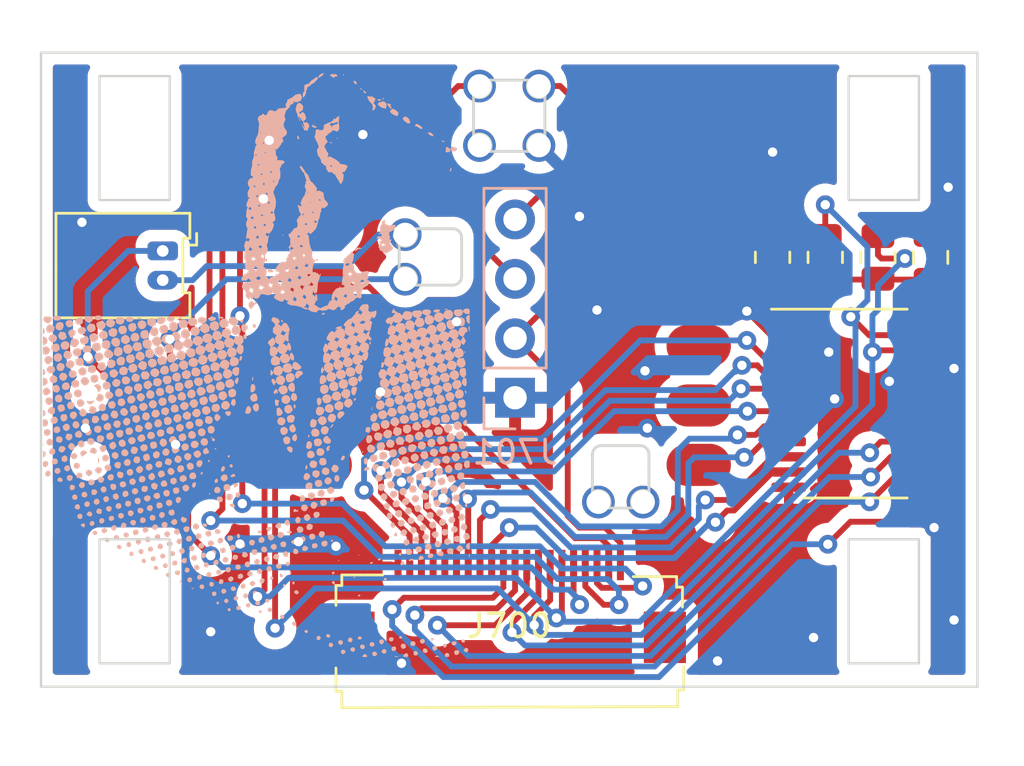
<source format=kicad_pcb>
(kicad_pcb (version 20211014) (generator pcbnew)
  (layers (0 "F.Cu" signal) (31 "B.Cu" signal) (34 "B.Paste" user) (35 "F.Paste" user) (36 "B.SilkS" user "B.Silkscreen") (37 "F.SilkS" user "F.Silkscreen") (38 "B.Mask" user) (39 "F.Mask" user) (44 "Edge.Cuts" user))
  (net 0 "")
  (net 1 "Net-(BT1-Pad1)")
  (net 2 "Net-(BT1-Pad2)")
  (net 3 "GND")
  (net 4 "+3V3")
  (net 5 "swdio")
  (net 6 "swclk")
  (net 7 "Row_4")
  (net 8 "Row_3")
  (net 9 "Row_2")
  (net 10 "Row_1")
  (net 11 "sda")
  (net 12 "scl")
  (net 13 "Col_12")
  (net 14 "Col_11")
  (net 15 "Col_10")
  (net 16 "Col_9")
  (net 17 "Col_8")
  (net 18 "Col_7")
  (net 19 "Col_6")
  (net 20 "Col_5")
  (net 21 "Col_4")
  (net 22 "Col_3")
  (net 23 "Col_2")
  (net 24 "Col_1")
  (net 25 "Net-(R1-Pad2)")
  (net 26 "Net-(SW1-Pad2)")
  (footprint "Package_SO:TSSOP-24_4.4x7.8mm_P0.65mm" (layer "F.Cu") (at 149.4 98.2)
    (fp_text reference "U701" hide)
    (fp_text value "PCA9555PW")
    (pad "1" smd roundrect (at -2.8625 -3.575) (size 1.475 0.4) (layers "F.Cu" "F.Paste" "F.Mask") (net 25 "Net-(R1-Pad2)"))
    (pad "2" smd roundrect (at -2.8625 -2.925) (size 1.475 0.4) (layers "F.Cu" "F.Paste" "F.Mask") (net 3 "GND"))
    (pad "3" smd roundrect (at -2.8625 -2.275) (size 1.475 0.4) (layers "F.Cu" "F.Paste" "F.Mask") (net 3 "GND"))
    (pad "4" smd roundrect (at -2.8625 -1.625) (size 1.475 0.4) (layers "F.Cu" "F.Paste" "F.Mask") (net 24 "Col_1"))
    (pad "5" smd roundrect (at -2.8625 -0.975) (size 1.475 0.4) (layers "F.Cu" "F.Paste" "F.Mask") (net 23 "Col_2"))
    (pad "6" smd roundrect (at -2.8625 -0.325) (size 1.475 0.4) (layers "F.Cu" "F.Paste" "F.Mask") (net 22 "Col_3"))
    (pad "7" smd roundrect (at -2.8625 0.325) (size 1.475 0.4) (layers "F.Cu" "F.Paste" "F.Mask") (net 21 "Col_4"))
    (pad "8" smd roundrect (at -2.8625 0.975) (size 1.475 0.4) (layers "F.Cu" "F.Paste" "F.Mask") (net 20 "Col_5"))
    (pad "9" smd roundrect (at -2.8625 1.625) (size 1.475 0.4) (layers "F.Cu" "F.Paste" "F.Mask") (net 19 "Col_6"))
    (pad "10" smd roundrect (at -2.8625 2.275) (size 1.475 0.4) (layers "F.Cu" "F.Paste" "F.Mask") (net 18 "Col_7"))
    (pad "11" smd roundrect (at -2.8625 2.925) (size 1.475 0.4) (layers "F.Cu" "F.Paste" "F.Mask") (net 17 "Col_8"))
    (pad "12" smd roundrect (at -2.8625 3.575) (size 1.475 0.4) (layers "F.Cu" "F.Paste" "F.Mask") (net 3 "GND"))
    (pad "13" smd roundrect (at 2.8625 3.575) (size 1.475 0.4) (layers "F.Cu" "F.Paste" "F.Mask") (net 16 "Col_9"))
    (pad "14" smd roundrect (at 2.8625 2.925) (size 1.475 0.4) (layers "F.Cu" "F.Paste" "F.Mask") (net 15 "Col_10"))
    (pad "15" smd roundrect (at 2.8625 2.275) (size 1.475 0.4) (layers "F.Cu" "F.Paste" "F.Mask") (net 14 "Col_11"))
    (pad "16" smd roundrect (at 2.8625 1.625) (size 1.475 0.4) (layers "F.Cu" "F.Paste" "F.Mask") (net 13 "Col_12"))
    (pad "17" smd roundrect (at 2.8625 0.975) (size 1.475 0.4) (layers "F.Cu" "F.Paste" "F.Mask"))
    (pad "18" smd roundrect (at 2.8625 0.325) (size 1.475 0.4) (layers "F.Cu" "F.Paste" "F.Mask"))
    (pad "19" smd roundrect (at 2.8625 -0.325) (size 1.475 0.4) (layers "F.Cu" "F.Paste" "F.Mask"))
    (pad "20" smd roundrect (at 2.8625 -0.975) (size 1.475 0.4) (layers "F.Cu" "F.Paste" "F.Mask"))
    (pad "21" smd roundrect (at 2.8625 -1.625) (size 1.475 0.4) (layers "F.Cu" "F.Paste" "F.Mask") (net 3 "GND"))
    (pad "22" smd roundrect (at 2.8625 -2.275) (size 1.475 0.4) (layers "F.Cu" "F.Paste" "F.Mask") (net 12 "scl"))
    (pad "23" smd roundrect (at 2.8625 -2.925) (size 1.475 0.4) (layers "F.Cu" "F.Paste" "F.Mask") (net 11 "sda"))
    (pad "24" smd roundrect (at 2.8625 -3.575) (size 1.475 0.4) (layers "F.Cu" "F.Paste" "F.Mask") (net 4 "+3V3"))
  )
  (footprint "Resistor_SMD:R_0805_2012Metric" (layer "F.Cu") (at 145.85 91.95 -90)
    (fp_text reference "R700" hide)
    (fp_text value "10k")
    (pad "1" smd roundrect (at -0.9125 0 270) (size 1.025 1.4) (layers "F.Cu" "F.Paste" "F.Mask") (roundrect_rratio 0.243902439) (net 4 "+3V3"))
    (pad "2" smd roundrect (at 0.9125 0 270) (size 1.025 1.4) (layers "F.Cu" "F.Paste" "F.Mask") (roundrect_rratio 0.243902439) (net 25 "Net-(R1-Pad2)"))
  )
  (footprint "Resistor_SMD:R_0805_2012Metric" (layer "F.Cu") (at 150.35 91.95 90)
    (fp_text reference "R702" hide)
    (fp_text value "10k")
    (pad "1" smd roundrect (at -0.9125 0 90) (size 1.025 1.4) (layers "F.Cu" "F.Paste" "F.Mask") (roundrect_rratio 0.243902439) (net 4 "+3V3"))
    (pad "2" smd roundrect (at 0.9125 0 90) (size 1.025 1.4) (layers "F.Cu" "F.Paste" "F.Mask") (roundrect_rratio 0.243902439) (net 12 "scl"))
  )
  (footprint "weteor:FCC 20pin" (layer "F.Cu") (at 134.6 108.2)
    (fp_text reference "J700" (at 0 -0.5 unlocked) (layer "F.SilkS"))
    (fp_text value "Conn_01x20")
    (pad "1" smd rect (at -4.75 -3.1) (size 0.3 1.3) (layers "F.Cu" "F.Paste" "F.Mask") (net 3 "GND"))
    (pad "2" smd rect (at -4.25 -3.1) (size 0.3 1.3) (layers "F.Cu" "F.Paste" "F.Mask") (net 24 "Col_1"))
    (pad "3" smd rect (at -3.75 -3.1) (size 0.3 1.3) (layers "F.Cu" "F.Paste" "F.Mask") (net 23 "Col_2"))
    (pad "4" smd rect (at -3.25 -3.1) (size 0.3 1.3) (layers "F.Cu" "F.Paste" "F.Mask") (net 22 "Col_3"))
    (pad "5" smd rect (at -2.75 -3.1) (size 0.3 1.3) (layers "F.Cu" "F.Paste" "F.Mask") (net 21 "Col_4"))
    (pad "6" smd rect (at -2.25 -3.1) (size 0.3 1.3) (layers "F.Cu" "F.Paste" "F.Mask") (net 20 "Col_5"))
    (pad "7" smd rect (at -1.75 -3.1) (size 0.3 1.3) (layers "F.Cu" "F.Paste" "F.Mask") (net 19 "Col_6"))
    (pad "8" smd rect (at -1.25 -3.1) (size 0.3 1.3) (layers "F.Cu" "F.Paste" "F.Mask") (net 18 "Col_7"))
    (pad "9" smd rect (at -0.75 -3.1) (size 0.3 1.3) (layers "F.Cu" "F.Paste" "F.Mask") (net 17 "Col_8"))
    (pad "10" smd rect (at -0.25 -3.1) (size 0.3 1.3) (layers "F.Cu" "F.Paste" "F.Mask") (net 16 "Col_9"))
    (pad "11" smd rect (at 0.25 -3.1) (size 0.3 1.3) (layers "F.Cu" "F.Paste" "F.Mask") (net 15 "Col_10"))
    (pad "12" smd rect (at 0.75 -3.1) (size 0.3 1.3) (layers "F.Cu" "F.Paste" "F.Mask") (net 14 "Col_11"))
    (pad "13" smd rect (at 1.25 -3.1) (size 0.3 1.3) (layers "F.Cu" "F.Paste" "F.Mask") (net 13 "Col_12"))
    (pad "14" smd rect (at 1.75 -3.1) (size 0.3 1.3) (layers "F.Cu" "F.Paste" "F.Mask") (net 12 "scl"))
    (pad "15" smd rect (at 2.25 -3.1) (size 0.3 1.3) (layers "F.Cu" "F.Paste" "F.Mask") (net 11 "sda"))
    (pad "16" smd rect (at 2.75 -3.1) (size 0.3 1.3) (layers "F.Cu" "F.Paste" "F.Mask") (net 10 "Row_1"))
    (pad "17" smd rect (at 3.25 -3.1) (size 0.3 1.3) (layers "F.Cu" "F.Paste" "F.Mask") (net 9 "Row_2"))
    (pad "18" smd rect (at 3.75 -3.1) (size 0.3 1.3) (layers "F.Cu" "F.Paste" "F.Mask") (net 8 "Row_3"))
    (pad "19" smd rect (at 4.25 -3.1) (size 0.3 1.3) (layers "F.Cu" "F.Paste" "F.Mask") (net 7 "Row_4"))
    (pad "20" smd rect (at 4.75 -3.1) (size 0.3 1.3) (layers "F.Cu" "F.Paste" "F.Mask") (net 4 "+3V3"))
    (pad "MP" smd rect (at -6.65 -0.01) (size 1.8 2.2) (layers "F.Cu" "F.Paste" "F.Mask"))
    (pad "MP" smd rect (at 6.65 -0.01) (size 1.8 2.2) (layers "F.Cu" "F.Paste" "F.Mask"))
  )
  (footprint "Connector_Molex:Molex_PicoBlade_53048-0210_1x02_P1.25mm_Horizontal" (layer "F.Cu") (at 119.8 91.675 -90)
    (fp_text reference "BT700" hide)
    (fp_text value "Battery_Cell")
    (pad "1" thru_hole roundrect (at 0 0 270) (size 0.8 1.3) (drill 0.5) (layers *.Cu *.Mask) (net 1 "Net-(BT1-Pad1)"))
    (pad "2" thru_hole oval (at 1.25 0 270) (size 0.8 1.3) (drill 0.5) (layers *.Cu *.Mask) (net 2 "Net-(BT1-Pad2)"))
  )
  (footprint "Capacitor_SMD:C_0805_2012Metric" (layer "F.Cu") (at 152.6 91.95 -90)
    (fp_text reference "C700" hide)
    (fp_text value "0.1uF")
    (pad "1" smd roundrect (at -0.95 0 270) (size 1 1.45) (layers "F.Cu" "F.Paste" "F.Mask") (net 3 "GND"))
    (pad "2" smd roundrect (at 0.95 0 270) (size 1 1.45) (layers "F.Cu" "F.Paste" "F.Mask") (net 4 "+3V3"))
  )
  (footprint "weteor:switch_MSK-12C02_smd" (layer "F.Cu") (at 115.3375 99.2)
    (fp_text reference "SW700")
    (fp_text value "ON_OFF")
    (pad "" smd rect (at 2.493 -3.6 90) (size 1.1 0.6) (layers "F.Cu" "F.Paste" "F.Mask"))
    (pad "" np_thru_hole circle (at 1.35 1.45 180) (size 0.7 0.7) (drill 0.7) (layers *.Cu *.Mask))
    (pad "" smd rect (at 0.207 3.6 90) (size 1.1 0.6) (layers "F.Cu" "F.Paste" "F.Mask"))
    (pad "" smd rect (at 2.493 3.6 90) (size 1 0.6) (layers "F.Cu" "F.Paste" "F.Mask"))
    (pad "" smd rect (at 0.207 -3.6 90) (size 1 0.6) (layers "F.Cu" "F.Paste" "F.Mask"))
    (pad "" np_thru_hole circle (at 1.35 -1.45 180) (size 0.7 0.7) (drill 0.7) (layers *.Cu *.Mask))
    (pad "1" smd rect (at 3.2 -2.2 180) (size 1 0.6) (layers "F.Cu" "F.Paste" "F.Mask") (net 1 "Net-(BT1-Pad1)"))
    (pad "2" smd rect (at 3.2 0.7 180) (size 1 0.6) (layers "F.Cu" "F.Paste" "F.Mask") (net 26 "Net-(SW1-Pad2)"))
    (pad "3" smd rect (at 3.2 2.2 180) (size 1 0.6) (layers "F.Cu" "F.Paste" "F.Mask"))
  )
  (footprint "Resistor_SMD:R_0805_2012Metric" (layer "F.Cu") (at 148.1 91.95 90)
    (fp_text reference "R701" hide)
    (fp_text value "10k")
    (pad "1" smd roundrect (at -0.9125 0 90) (size 1.025 1.4) (layers "F.Cu" "F.Paste" "F.Mask") (roundrect_rratio 0.243902439) (net 4 "+3V3"))
    (pad "2" smd roundrect (at 0.9125 0 90) (size 1.025 1.4) (layers "F.Cu" "F.Paste" "F.Mask") (roundrect_rratio 0.243902439) (net 11 "sda"))
  )
  (footprint "mcu:xiao-ble-smd-cutout" (layer "F.Cu") (at 134.6 93.2)
    (fp_text reference "U700" hide)
    (fp_text value "xiao-ble" hide)
    (fp_line (start -4.0132 -2.476) (end -2.413 -2.476) (layer "Edge.Cuts") (width 0.12))
    (fp_line (start -0.8382 -5.778) (end 0.8382 -5.778) (layer "Edge.Cuts") (width 0.12))
    (fp_line (start 5.9695 7.176) (end 5.969 8.7762) (layer "Edge.Cuts") (width 0.12))
    (fp_line (start 1.524 -6.4638) (end 1.524 -8.1402) (layer "Edge.Cuts") (width 0.12))
    (fp_line (start -4.699 -0.7488) (end -4.699 -1.7902) (layer "Edge.Cuts") (width 0.12))
    (fp_line (start -2.032 -2.095) (end -2.032 -0.444) (layer "Edge.Cuts") (width 0.12))
    (fp_line (start 5.2832 9.462) (end 4.2418 9.462) (layer "Edge.Cuts") (width 0.12))
    (fp_line (start -2.413 -0.063) (end -4.0132 -0.063) (layer "Edge.Cuts") (width 0.12))
    (fp_line (start -1.524 -6.4638) (end -1.524 -8.1402) (layer "Edge.Cuts") (width 0.12))
    (fp_line (start 3.9375 6.795) (end 5.5885 6.795) (layer "Edge.Cuts") (width 0.12))
    (fp_line (start -0.8382 -8.826) (end 0.8382 -8.826) (layer "Edge.Cuts") (width 0.12))
    (fp_line (start 3.556 8.7762) (end 3.5565 7.176) (layer "Edge.Cuts") (width 0.12))
    (fp_arc (start -0.8382 -8.826) (mid -0.920391 -8.222391) (end -1.524 -8.1402) (layer "Edge.Cuts") (width 0.12))
    (fp_arc (start 1.524 -8.1402) (mid 0.920393 -8.222393) (end 0.8382 -8.826) (layer "Edge.Cuts") (width 0.12))
    (fp_arc (start -4.699 -0.7488) (mid -4.095391 -0.666609) (end -4.0132 -0.063) (layer "Edge.Cuts") (width 0.12))
    (fp_arc (start 0.8382 -5.778) (mid 0.920391 -6.381609) (end 1.524 -6.4638) (layer "Edge.Cuts") (width 0.12))
    (fp_arc (start -4.0132 -2.476) (mid -4.095391 -1.872391) (end -4.699 -1.7902) (layer "Edge.Cuts") (width 0.12))
    (fp_arc (start 3.5565 7.176) (mid 3.668092 6.906592) (end 3.9375 6.795) (layer "Edge.Cuts") (width 0.12))
    (fp_arc (start 3.556 8.7762) (mid 4.159607 8.858393) (end 4.2418 9.462) (layer "Edge.Cuts") (width 0.12))
    (fp_arc (start -2.032 -0.444) (mid -2.143592 -0.174592) (end -2.413 -0.063) (layer "Edge.Cuts") (width 0.12))
    (fp_arc (start -1.524 -6.4638) (mid -0.920391 -6.381609) (end -0.8382 -5.778) (layer "Edge.Cuts") (width 0.12))
    (fp_arc (start 5.5885 6.795) (mid 5.857908 6.906592) (end 5.9695 7.176) (layer "Edge.Cuts") (width 0.12))
    (fp_arc (start -2.413 -2.476) (mid -2.143592 -2.364408) (end -2.032 -2.095) (layer "Edge.Cuts") (width 0.12))
    (fp_arc (start 5.2832 9.462) (mid 5.365393 8.858393) (end 5.969 8.7762) (layer "Edge.Cuts") (width 0.12))
    (pad "1" smd oval (at -8.56996 -7.62 180) (size 2.75 1.8) (drill (offset -0.475 0)) (layers "F.Cu" "F.Paste" "F.Mask") (net 10 "Row_1"))
    (pad "2" smd oval (at -8.56996 -5.08 180) (size 2.75 1.8) (drill (offset -0.475 0)) (layers "F.Cu" "F.Paste" "F.Mask") (net 9 "Row_2"))
    (pad "3" smd oval (at -8.56996 -2.54 180) (size 2.75 1.8) (drill (offset -0.475 0)) (layers "F.Cu" "F.Paste" "F.Mask") (net 8 "Row_3"))
    (pad "4" smd oval (at -8.56996 0 180) (size 2.75 1.8) (drill (offset -0.475 0)) (layers "F.Cu" "F.Paste" "F.Mask") (net 7 "Row_4"))
    (pad "5" smd oval (at -8.56996 2.54 180) (size 2.75 1.8) (drill (offset -0.475 0)) (layers "F.Cu" "F.Paste" "F.Mask") (net 11 "sda"))
    (pad "6" smd oval (at -8.56996 5.08 180) (size 2.75 1.8) (drill (offset -0.475 0)) (layers "F.Cu" "F.Paste" "F.Mask") (net 12 "scl"))
    (pad "7" smd oval (at -8.56996 7.62 180) (size 2.75 1.8) (drill (offset -0.475 0)) (layers "F.Cu" "F.Paste" "F.Mask"))
    (pad "8" smd oval (at 8.56996 7.62) (size 2.75 1.8) (drill (offset -0.475 0)) (layers "F.Cu" "F.Paste" "F.Mask"))
    (pad "9" smd oval (at 8.56996 5.08) (size 2.75 1.8) (drill (offset -0.475 0)) (layers "F.Cu" "F.Paste" "F.Mask"))
    (pad "10" smd oval (at 8.56996 2.54) (size 2.75 1.8) (drill (offset -0.475 0)) (layers "F.Cu" "F.Paste" "F.Mask"))
    (pad "11" smd oval (at 8.56996 0) (size 2.75 1.8) (drill (offset -0.475 0)) (layers "F.Cu" "F.Paste" "F.Mask"))
    (pad "12" smd oval (at 8.56996 -2.54) (size 2.75 1.8) (drill (offset -0.475 0)) (layers "F.Cu" "F.Paste" "F.Mask") (net 4 "+3V3"))
    (pad "13" smd oval (at 8.56996 -5.08) (size 2.75 1.8) (drill (offset -0.475 0)) (layers "F.Cu" "F.Paste" "F.Mask") (net 3 "GND"))
    (pad "14" smd oval (at 8.56996 -7.62) (size 2.75 1.8) (drill (offset -0.475 0)) (layers "F.Cu" "F.Paste" "F.Mask"))
    (pad "15" thru_hole circle (at -1.27 -8.572 90) (size 1.397 1.397) (drill 1.016) (layers *.Cu *.Mask) (net 5 "swdio"))
    (pad "16" thru_hole circle (at 1.27 -8.572 90) (size 1.397 1.397) (drill 1.016) (layers *.Cu *.Mask) (net 6 "swclk"))
    (pad "17" thru_hole circle (at -1.27 -6.032 90) (size 1.397 1.397) (drill 1.016) (layers *.Cu *.Mask))
    (pad "18" thru_hole circle (at 1.27 -6.032 90) (size 1.397 1.397) (drill 1.016) (layers *.Cu *.Mask) (net 3 "GND"))
    (pad "19" thru_hole circle (at -4.445 -0.317 180) (size 1.397 1.397) (drill 1.016) (layers *.Cu *.Mask) (net 26 "Net-(SW1-Pad2)"))
    (pad "20" thru_hole circle (at -4.445 -2.222 180) (size 1.397 1.397) (drill 1.016) (layers *.Cu *.Mask) (net 2 "Net-(BT1-Pad2)"))
    (pad "21" thru_hole circle (at 3.81 9.208 180) (size 1.397 1.397) (drill 1.016) (layers *.Cu *.Mask))
    (pad "22" thru_hole circle (at 5.715 9.208 180) (size 1.397 1.397) (drill 1.016) (layers *.Cu *.Mask))
  )
  (footprint "LOGO" (layer "B.Cu") (at 123.805756 95.528093 180)
    (fp_text reference "G***" hide)
    (fp_text value "LOGO" hide)
  )
  (footprint "Connector_PinHeader_2.54mm:PinHeader_1x04_P2.54mm_Vertical" (layer "B.Cu") (at 134.85 97.95)
    (fp_text reference "J701" (at 0 2.33) (layer "B.SilkS") (effects (justify mirror)))
    (fp_text value "BL_CONN")
    (pad "1" thru_hole rect (at 0 0) (size 1.7 1.7) (drill 1) (layers *.Cu *.Mask) (net 3 "GND"))
    (pad "2" thru_hole oval (at 0 -2.54) (size 1.7 1.7) (drill 1) (layers *.Cu *.Mask) (net 4 "+3V3"))
    (pad "3" thru_hole oval (at 0 -5.08) (size 1.7 1.7) (drill 1) (layers *.Cu *.Mask) (net 5 "swdio"))
    (pad "4" thru_hole oval (at 0 -7.62) (size 1.7 1.7) (drill 1) (layers *.Cu *.Mask) (net 6 "swclk"))
  )
  (gr_line (start 114.6 110.3) (end 154.6 110.3) (layer "Edge.Cuts") (width 0.1))
  (gr_line (start 114.6 83.2) (end 114.6 110.3) (layer "Edge.Cuts") (width 0.1))
  (gr_rect (start 117.1 84.2) (end 120.1 89.5) (layer "Edge.Cuts") (width 0.1) (fill none))
  (gr_line (start 154.6 83.2) (end 114.6 83.2) (layer "Edge.Cuts") (width 0.1))
  (gr_rect (start 149.1 84.2) (end 152.1 89.5) (layer "Edge.Cuts") (width 0.1) (fill none))
  (gr_line (start 154.6 110.3) (end 154.6 83.2) (layer "Edge.Cuts") (width 0.1))
  (gr_rect (start 149.1 104) (end 152.1 109.3) (layer "Edge.Cuts") (width 0.1) (fill none))
  (gr_rect (start 117.1 104) (end 120.1 109.3) (layer "Edge.Cuts") (width 0.1) (fill none))
  (segment (start 117.4 97) (end 118.5375 97) (width 0.25) (layer "F.Cu") (net 1))
  (segment (start 116.6 96.2) (end 117.4 97) (width 0.25) (layer "F.Cu") (net 1))
  (via (at 116.6 96.2) (size 0.8) (drill 0.4) (layers "F.Cu" "B.Cu") (net 1))
  (segment (start 119.8 91.675) (end 118.325 91.675) (width 0.25) (layer "B.Cu") (net 1))
  (segment (start 116.6 93.45) (end 116.6 96.2) (width 0.25) (layer "B.Cu") (net 1))
  (segment (start 116.6 93.4) (end 116.6 93.45) (width 0.25) (layer "B.Cu") (net 1))
  (segment (start 118.325 91.675) (end 116.6 93.4) (width 0.25) (layer "B.Cu") (net 1))
  (segment (start 119.8 92.925) (end 121.075 92.925) (width 0.25) (layer "B.Cu") (net 2))
  (segment (start 121.075 92.925) (end 121.675 92.325) (width 0.25) (layer "B.Cu") (net 2))
  (segment (start 121.675 92.325) (end 127.675 92.325) (width 0.25) (layer "B.Cu") (net 2))
  (segment (start 129.022 90.978) (end 130.155 90.978) (width 0.25) (layer "B.Cu") (net 2))
  (segment (start 127.675 92.325) (end 129.022 90.978) (width 0.25) (layer "B.Cu") (net 2))
  (segment (start 146.5375 95.925) (end 148.175 95.925) (width 0.25) (layer "F.Cu") (net 3))
  (segment (start 153.475 96.575) (end 153.6 96.7) (width 0.25) (layer "F.Cu") (net 3))
  (segment (start 146.5375 95.275) (end 145.775 95.275) (width 0.25) (layer "F.Cu") (net 3))
  (segment (start 128 105.1) (end 127.2 104.3) (width 0.25) (layer "F.Cu") (net 3))
  (segment (start 145.775 95.275) (end 144.75 94.25) (width 0.25) (layer "F.Cu") (net 3))
  (segment (start 146.5375 95.925) (end 146.5375 95.275) (width 0.25) (layer "F.Cu") (net 3))
  (segment (start 129.85 105.1) (end 128 105.1) (width 0.25) (layer "F.Cu") (net 3))
  (segment (start 152.2625 96.575) (end 151.513572 96.575) (width 0.25) (layer "F.Cu") (net 3))
  (segment (start 151.513572 96.575) (end 150.838572 97.25) (width 0.25) (layer "F.Cu") (net 3))
  (segment (start 148.175 95.925) (end 148.25 96) (width 0.25) (layer "F.Cu") (net 3))
  (segment (start 152.2625 96.575) (end 153.475 96.575) (width 0.25) (layer "F.Cu") (net 3))
  (via (at 140.4 96.8) (size 0.8) (drill 0.4) (layers "F.Cu" "B.Cu") (net 3))
  (via (at 120.35 99.95) (size 0.8) (drill 0.4) (layers "F.Cu" "B.Cu") (net 3))
  (via (at 143.5 109.2) (size 0.8) (drill 0.4) (layers "F.Cu" "B.Cu") (net 3))
  (via (at 150.838572 97.25) (size 0.8) (drill 0.4) (layers "F.Cu" "B.Cu") (net 3))
  (via (at 153.35 88.95) (size 0.8) (drill 0.4) (layers "F.Cu" "B.Cu") (net 3))
  (via (at 147.6 108.2) (size 0.8) (drill 0.4) (layers "F.Cu" "B.Cu") (net 3))
  (via (at 121.85 107.95) (size 0.8) (drill 0.4) (layers "F.Cu" "B.Cu") (net 3))
  (via (at 152.75 103.5) (size 0.8) (drill 0.4) (layers "F.Cu" "B.Cu") (net 3))
  (via (at 148.5 98) (size 0.8) (drill 0.4) (layers "F.Cu" "B.Cu") (net 3))
  (via (at 144.75 94.25) (size 0.8) (drill 0.4) (layers "F.Cu" "B.Cu") (net 3))
  (via (at 123.1 104.2) (size 0.8) (drill 0.4) (layers "F.Cu" "B.Cu") (net 3))
  (via (at 116.5 99.25) (size 0.8) (drill 0.4) (layers "F.Cu" "B.Cu") (net 3))
  (via (at 137.6 90.2) (size 0.8) (drill 0.4) (layers "F.Cu" "B.Cu") (net 3))
  (via (at 116.35 90.45) (size 0.8) (drill 0.4) (layers "F.Cu" "B.Cu") (net 3))
  (via (at 153.6 107.45) (size 0.8) (drill 0.4) (layers "F.Cu" "B.Cu") (net 3))
  (via (at 125.6 104.1) (size 0.8) (drill 0.4) (layers "F.Cu" "B.Cu") (net 3))
  (via (at 129.1 97.7) (size 0.8) (drill 0.4) (layers "F.Cu" "B.Cu") (net 3))
  (via (at 132.35 94.7) (size 0.8) (drill 0.4) (layers "F.Cu" "B.Cu") (net 3))
  (via (at 153.6 96.7) (size 0.8) (drill 0.4) (layers "F.Cu" "B.Cu") (net 3))
  (via (at 145.85 87.45) (size 0.8) (drill 0.4) (layers "F.Cu" "B.Cu") (net 3))
  (via (at 140.5 99.25) (size 0.8) (drill 0.4) (layers "F.Cu" "B.Cu") (net 3))
  (via (at 127.2 104.3) (size 0.8) (drill 0.4) (layers "F.Cu" "B.Cu") (net 3))
  (via (at 138.35 94.2) (size 0.8) (drill 0.4) (layers "F.Cu" "B.Cu") (net 3))
  (via (at 124.35 86.95) (size 0.8) (drill 0.4) (layers "F.Cu" "B.Cu") (net 3))
  (via (at 124.1 89.45) (size 0.8) (drill 0.4) (layers "F.Cu" "B.Cu") (net 3))
  (via (at 148.25 96) (size 0.8) (drill 0.4) (layers "F.Cu" "B.Cu") (net 3))
  (via (at 128.35 86.7) (size 0.8) (drill 0.4) (layers "F.Cu" "B.Cu") (net 3))
  (via (at 130 109.3) (size 0.8) (drill 0.4) (layers "F.Cu" "B.Cu") (net 3))
  (segment (start 152.2625 94.625) (end 152.2625 93.2375) (width 0.25) (layer "F.Cu") (net 4))
  (segment (start 137.1 97.66) (end 134.85 95.41) (width 0.25) (layer "F.Cu") (net 4))
  (segment (start 138.7 103.5) (end 137.6 103.5) (width 0.25) (layer "F.Cu") (net 4))
  (segment (start 137.6 103.5) (end 137.1 103) (width 0.25) (layer "F.Cu") (net 4))
  (segment (start 152.2625 93.2375) (end 152.6 92.9) (width 0.25) (layer "F.Cu") (net 4))
  (segment (start 139.6 90.66) (end 134.85 95.41) (width 0.25) (layer "F.Cu") (net 4))
  (segment (start 145.7625 90.95) (end 145.85 91.0375) (width 0.25) (layer "F.Cu") (net 4))
  (segment (start 143.45996 90.95) (end 145.7625 90.95) (width 0.25) (layer "F.Cu") (net 4))
  (segment (start 139.35 104.15) (end 139.35 105.1) (width 0.25) (layer "F.Cu") (net 4))
  (segment (start 145.85 91.0375) (end 146.275 91.0375) (width 0.25) (layer "F.Cu") (net 4))
  (segment (start 152.6 92.9) (end 148.1375 92.9) (width 0.25) (layer "F.Cu") (net 4))
  (segment (start 143.16996 90.66) (end 139.6 90.66) (width 0.25) (layer "F.Cu") (net 4))
  (segment (start 148.1375 92.9) (end 148.1 92.8625) (width 0.25) (layer "F.Cu") (net 4))
  (segment (start 143.16996 90.66) (end 143.45996 90.95) (width 0.25) (layer "F.Cu") (net 4))
  (segment (start 137.1 103) (end 137.1 97.66) (width 0.25) (layer "F.Cu") (net 4))
  (segment (start 146.275 91.0375) (end 148.1 92.8625) (width 0.25) (layer "F.Cu") (net 4))
  (segment (start 139.35 104.15) (end 138.7 103.5) (width 0.25) (layer "F.Cu") (net 4))
  (segment (start 132.422 84.628) (end 133.33 84.628) (width 0.25) (layer "F.Cu") (net 5))
  (segment (start 133.35 90.45) (end 131.85 88.95) (width 0.25) (layer "F.Cu") (net 5))
  (segment (start 134.85 92.87) (end 133.35 91.37) (width 0.25) (layer "F.Cu") (net 5))
  (segment (start 131.85 85.2) (end 132.422 84.628) (width 0.25) (layer "F.Cu") (net 5))
  (segment (start 131.85 88.95) (end 131.85 85.2) (width 0.25) (layer "F.Cu") (net 5))
  (segment (start 133.35 91.37) (end 133.35 90.45) (width 0.25) (layer "F.Cu") (net 5))
  (segment (start 137.35 85.2) (end 137.35 87.83) (width 0.25) (layer "F.Cu") (net 6))
  (segment (start 135.87 84.628) (end 136.778 84.628) (width 0.25) (layer "F.Cu") (net 6))
  (segment (start 137.35 87.83) (end 134.85 90.33) (width 0.25) (layer "F.Cu") (net 6))
  (segment (start 136.778 84.628) (end 137.35 85.2) (width 0.25) (layer "F.Cu") (net 6))
  (segment (start 131.1 95.7) (end 128.6 93.2) (width 0.25) (layer "F.Cu") (net 7))
  (segment (start 138.85 105.1) (end 138.85 104.286396) (width 0.25) (layer "F.Cu") (net 7))
  (segment (start 138.85 104.286396) (end 138.513604 103.95) (width 0.25) (layer "F.Cu") (net 7))
  (segment (start 138.513604 103.95) (end 137.413604 103.95) (width 0.25) (layer "F.Cu") (net 7))
  (segment (start 137.413604 103.95) (end 131.1 97.636396) (width 0.25) (layer "F.Cu") (net 7))
  (segment (start 128.6 93.2) (end 126.03004 93.2) (width 0.25) (layer "F.Cu") (net 7))
  (segment (start 131.1 97.636396) (end 131.1 95.7) (width 0.25) (layer "F.Cu") (net 7))
  (segment (start 138.55 106.075) (end 138.35 105.875) (width 0.25) (layer "F.Cu") (net 8))
  (segment (start 123.1 94.45) (end 123.1 90.95) (width 0.25) (layer "F.Cu") (net 8))
  (segment (start 123.1 90.95) (end 123.39 90.66) (width 0.25) (layer "F.Cu") (net 8))
  (segment (start 123.2 102.4755) (end 123.2 94.55) (width 0.25) (layer "F.Cu") (net 8))
  (segment (start 140.3 106) (end 140.225 106.075) (width 0.25) (layer "F.Cu") (net 8))
  (segment (start 140.225 106.075) (end 138.55 106.075) (width 0.25) (layer "F.Cu") (net 8))
  (segment (start 123.39 90.66) (end 126.03004 90.66) (width 0.25) (layer "F.Cu") (net 8))
  (segment (start 138.35 105.875) (end 138.35 105.1) (width 0.25) (layer "F.Cu") (net 8))
  (segment (start 123.2 94.55) (end 123.1 94.45) (width 0.25) (layer "F.Cu") (net 8))
  (via (at 123.2 102.4755) (size 0.8) (drill 0.4) (layers "F.Cu" "B.Cu") (net 8))
  (via (at 140.3 106) (size 0.8) (drill 0.4) (layers "F.Cu" "B.Cu") (net 8))
  (via (at 123.1 94.45) (size 0.8) (drill 0.4) (layers "F.Cu" "B.Cu") (net 8))
  (segment (start 127.4755 102.4755) (end 123.2 102.4755) (width 0.25) (layer "B.Cu") (net 8))
  (segment (start 139.55 105.25) (end 136.854416 105.25) (width 0.25) (layer "B.Cu") (net 8))
  (segment (start 129.3 104.3) (end 127.4755 102.4755) (width 0.25) (layer "B.Cu") (net 8))
  (segment (start 140.3 106) (end 139.55 105.25) (width 0.25) (layer "B.Cu") (net 8))
  (segment (start 136.854416 105.25) (end 135.904416 104.3) (width 0.25) (layer "B.Cu") (net 8))
  (segment (start 135.904416 104.3) (end 129.3 104.3) (width 0.25) (layer "B.Cu") (net 8))
  (segment (start 122.35 89.45) (end 123.68 88.12) (width 0.25) (layer "F.Cu") (net 9))
  (segment (start 121.85 103.2) (end 122.35 102.7) (width 0.25) (layer "F.Cu") (net 9))
  (segment (start 138.638104 106.7995) (end 137.85 106.011396) (width 0.25) (layer "F.Cu") (net 9))
  (segment (start 123.68 88.12) (end 126.03004 88.12) (width 0.25) (layer "F.Cu") (net 9))
  (segment (start 122.35 95.974598) (end 122.35 95.95) (width 0.25) (layer "F.Cu") (net 9))
  (segment (start 139.286661 106.7995) (end 138.638104 106.7995) (width 0.25) (layer "F.Cu") (net 9))
  (segment (start 122.35 95.95) (end 122.35 89.45) (width 0.25) (layer "F.Cu") (net 9))
  (segment (start 137.85 106.011396) (end 137.85 105.1) (width 0.25) (layer "F.Cu") (net 9))
  (segment (start 122.35 102.7) (end 122.35 95.95) (width 0.25) (layer "F.Cu") (net 9))
  (via (at 121.85 103.2) (size 0.8) (drill 0.4) (layers "F.Cu" "B.Cu") (net 9))
  (via (at 139.286661 106.7995) (size 0.8) (drill 0.4) (layers "F.Cu" "B.Cu") (net 9))
  (segment (start 139.286661 106.7995) (end 139.286661 106.186661) (width 0.25) (layer "B.Cu") (net 9))
  (segment (start 136.66802 105.7) (end 135.71802 104.75) (width 0.25) (layer "B.Cu") (net 9))
  (segment (start 127.5 103.2) (end 121.85 103.2) (width 0.25) (layer "B.Cu") (net 9))
  (segment (start 139.286661 106.186661) (end 138.8 105.7) (width 0.25) (layer "B.Cu") (net 9))
  (segment (start 129.05 104.75) (end 127.5 103.2) (width 0.25) (layer "B.Cu") (net 9))
  (segment (start 138.8 105.7) (end 136.66802 105.7) (width 0.25) (layer "B.Cu") (net 9))
  (segment (start 135.71802 104.75) (end 129.05 104.75) (width 0.25) (layer "B.Cu") (net 9))
  (segment (start 121.85 104.7) (end 120.887299 103.737299) (width 0.25) (layer "F.Cu") (net 10))
  (segment (start 137.35 106.35) (end 137.35 105.1) (width 0.25) (layer "F.Cu") (net 10))
  (segment (start 121.8 87.8) (end 124.02 85.58) (width 0.25) (layer "F.Cu") (net 10))
  (segment (start 137.607003 106.792997) (end 137.607003 106.607003) (width 0.25) (layer "F.Cu") (net 10))
  (segment (start 124.02 85.58) (end 126.03004 85.58) (width 0.25) (layer "F.Cu") (net 10))
  (segment (start 120.887299 103.737299) (end 120.887299 102.662701) (width 0.25) (layer "F.Cu") (net 10))
  (segment (start 137.607003 106.607003) (end 137.35 106.35) (width 0.25) (layer "F.Cu") (net 10))
  (segment (start 120.887299 102.662701) (end 121.8 101.75) (width 0.25) (layer "F.Cu") (net 10))
  (segment (start 121.8 101.75) (end 121.8 87.8) (width 0.25) (layer "F.Cu") (net 10))
  (via (at 137.607003 106.792997) (size 0.8) (drill 0.4) (layers "F.Cu" "B.Cu") (net 10))
  (via (at 121.85 104.7) (size 0.8) (drill 0.4) (layers "F.Cu" "B.Cu") (net 10))
  (segment (start 136.481624 106.15) (end 135.531624 105.2) (width 0.25) (layer "B.Cu") (net 10))
  (segment (start 137.607003 106.607003) (end 137.15 106.15) (width 0.25) (layer "B.Cu") (net 10))
  (segment (start 122.35 105.2) (end 121.85 104.7) (width 0.25) (layer "B.Cu") (net 10))
  (segment (start 135.531624 105.2) (end 122.35 105.2) (width 0.25) (layer "B.Cu") (net 10))
  (segment (start 137.607003 106.792997) (end 137.607003 106.607003) (width 0.25) (layer "B.Cu") (net 10))
  (segment (start 137.15 106.15) (end 136.481624 106.15) (width 0.25) (layer "B.Cu") (net 10))
  (segment (start 124.15 106.15) (end 124.15 96.35) (width 0.25) (layer "F.Cu") (net 11))
  (segment (start 136.619027 107.362844) (end 136.85 107.131871) (width 0.25) (layer "F.Cu") (net 11))
  (segment (start 126.03004 95.74) (end 124.76 95.74) (width 0.25) (layer "F.Cu") (net 11))
  (segment (start 149.187879 94.491666) (end 149.971213 95.275) (width 0.25) (layer "F.Cu") (net 11))
  (segment (start 136.85 107.131871) (end 136.85 105.1) (width 0.25) (layer "F.Cu") (net 11))
  (segment (start 124.76 95.74) (end 124.15 96.35) (width 0.25) (layer "F.Cu") (net 11))
  (segment (start 123.85 106.45) (end 124.15 106.15) (width 0.25) (layer "F.Cu") (net 11))
  (segment (start 148.1 91.0375) (end 148.1 89.7) (width 0.25) (layer "F.Cu") (net 11))
  (segment (start 149.971213 95.275) (end 152.2625 95.275) (width 0.25) (layer "F.Cu") (net 11))
  (via (at 136.619027 107.362844) (size 0.8) (drill 0.4) (layers "F.Cu" "B.Cu") (net 11))
  (via (at 148.1 89.7) (size 0.8) (drill 0.4) (layers "F.Cu" "B.Cu") (net 11))
  (via (at 123.85 106.45) (size 0.8) (drill 0.4) (layers "F.Cu" "B.Cu") (net 11))
  (via (at 149.187879 94.491666) (size 0.8) (drill 0.4) (layers "F.Cu" "B.Cu") (net 11))
  (segment (start 136.612844 107.362844) (end 134.9 105.65) (width 0.25) (layer "B.Cu") (net 11))
  (segment (start 136.619027 107.362844) (end 136.780683 107.5245) (width 0.25) (layer "B.Cu") (net 11))
  (segment (start 149.9 93.779545) (end 149.9 91.5) (width 0.25) (layer "B.Cu") (net 11))
  (segment (start 149.389572 94.693359) (end 149.187879 94.491666) (width 0.25) (layer "B.Cu") (net 11))
  (segment (start 125.175305 105.65) (end 124.375305 106.45) (width 0.25) (layer "B.Cu") (net 11))
  (segment (start 149.187879 94.491666) (end 149.9 93.779545) (width 0.25) (layer "B.Cu") (net 11))
  (segment (start 149.9 91.5) (end 148.1 89.7) (width 0.25) (layer "B.Cu") (net 11))
  (segment (start 149.389572 98.315345) (end 149.389572 94.693359) (width 0.25) (layer "B.Cu") (net 11))
  (segment (start 124.375305 106.45) (end 123.85 106.45) (width 0.25) (layer "B.Cu") (net 11))
  (segment (start 136.780683 107.5245) (end 140.180417 107.5245) (width 0.25) (layer "B.Cu") (net 11))
  (segment (start 140.180417 107.5245) (end 149.389572 98.315345) (width 0.25) (layer "B.Cu") (net 11))
  (segment (start 136.619027 107.362844) (end 136.612844 107.362844) (width 0.25) (layer "B.Cu") (net 11))
  (segment (start 134.9 105.65) (end 125.175305 105.65) (width 0.25) (layer "B.Cu") (net 11))
  (segment (start 124.6 107.8) (end 124.6 98.8) (width 0.25) (layer "F.Cu") (net 12))
  (segment (start 125.12 98.28) (end 126.03004 98.28) (width 0.25) (layer "F.Cu") (net 12))
  (segment (start 136.35 106.595584) (end 136.35 105.1) (width 0.25) (layer "F.Cu") (net 12))
  (segment (start 150.35 91.85) (end 150.5 92) (width 0.25) (layer "F.Cu") (net 12))
  (segment (start 150.189072 95.925) (end 152.2625 95.925) (width 0.25) (layer "F.Cu") (net 12))
  (segment (start 150.114072 96) (end 150.189072 95.925) (width 0.25) (layer "F.Cu") (net 12))
  (segment (start 124.6 98.8) (end 125.12 98.28) (width 0.25) (layer "F.Cu") (net 12))
  (segment (start 150.5 92) (end 151.5 92) (width 0.25) (layer "F.Cu") (net 12))
  (segment (start 135.666893 107.666893) (end 135.666893 107.278691) (width 0.25) (layer "F.Cu") (net 12))
  (segment (start 135.666893 107.278691) (end 136.35 106.595584) (width 0.25) (layer "F.Cu") (net 12))
  (segment (start 150.35 91.0375) (end 150.35 91.85) (width 0.25) (layer "F.Cu") (net 12))
  (via (at 124.6 107.8) (size 0.8) (drill 0.4) (layers "F.Cu" "B.Cu") (net 12))
  (via (at 150.114072 96) (size 0.8) (drill 0.4) (layers "F.Cu" "B.Cu") (net 12))
  (via (at 151.5 92) (size 0.8) (drill 0.4) (layers "F.Cu" "B.Cu") (net 12))
  (via (at 135.666893 107.666893) (size 0.8) (drill 0.4) (layers "F.Cu" "B.Cu") (net 12))
  (segment (start 134.1 106.1) (end 126.3 106.1) (width 0.25) (layer "B.Cu") (net 12))
  (segment (start 150.114072 98.227241) (end 150.114072 96) (width 0.25) (layer "B.Cu") (net 12))
  (segment (start 135.666893 107.666893) (end 136.087844 108.087844) (width 0.25) (layer "B.Cu") (net 12))
  (segment (start 150.35 93.15) (end 150.35 94.2) (width 0.25) (layer "B.Cu") (net 12))
  (segment (start 136.087844 108.087844) (end 140.253469 108.087844) (width 0.25) (layer "B.Cu") (net 12))
  (segment (start 140.253469 108.087844) (end 150.114072 98.227241) (width 0.25) (layer "B.Cu") (net 12))
  (segment (start 135.666893 107.666893) (end 134.1 106.1) (width 0.25) (layer "B.Cu") (net 12))
  (segment (start 150.114072 94.435928) (end 150.114072 96) (width 0.25) (layer "B.Cu") (net 12))
  (segment (start 150.35 94.2) (end 150.114072 94.435928) (width 0.25) (layer "B.Cu") (net 12))
  (segment (start 126.3 106.1) (end 124.6 107.8) (width 0.25) (layer "B.Cu") (net 12))
  (segment (start 151.5 92) (end 150.35 93.15) (width 0.25) (layer "B.Cu") (net 12))
  (segment (start 134.717623 107.979767) (end 134.717623 107.591565) (width 0.25) (layer "F.Cu") (net 13))
  (segment (start 150.475 99.825) (end 152.2625 99.825) (width 0.25) (layer "F.Cu") (net 13))
  (segment (start 134.717623 107.591565) (end 135.85 106.459188) (width 0.25) (layer "F.Cu") (net 13))
  (segment (start 135.85 106.459188) (end 135.85 105.1) (width 0.25) (layer "F.Cu") (net 13))
  (segment (start 150 100.3) (end 150.475 99.825) (width 0.25) (layer "F.Cu") (net 13))
  (via (at 150 100.3) (size 0.8) (drill 0.4) (layers "F.Cu" "B.Cu") (net 13))
  (via (at 134.717623 107.979767) (size 0.8) (drill 0.4) (layers "F.Cu" "B.Cu") (net 13))
  (segment (start 140.439865 108.537844) (end 148.677709 100.3) (width 0.25) (layer "B.Cu") (net 13))
  (segment (start 134.717623 107.979767) (end 135.2757 108.537844) (width 0.25) (layer "B.Cu") (net 13))
  (segment (start 135.2757 108.537844) (end 140.439865 108.537844) (width 0.25) (layer "B.Cu") (net 13))
  (segment (start 148.677709 100.3) (end 150 100.3) (width 0.25) (layer "B.Cu") (net 13))
  (segment (start 131.531424 107.6745) (end 133.998292 107.6745) (width 0.25) (layer "F.Cu") (net 14))
  (segment (start 150.900402 100.475) (end 150.037701 101.337701) (width 0.25) (layer "F.Cu") (net 14))
  (segment (start 152.2625 100.475) (end 150.900402 100.475) (width 0.25) (layer "F.Cu") (net 14))
  (segment (start 135.35 106.322792) (end 135.35 105.1) (width 0.25) (layer "F.Cu") (net 14))
  (segment (start 133.998292 107.6745) (end 135.35 106.322792) (width 0.25) (layer "F.Cu") (net 14))
  (via (at 150.037701 101.337701) (size 0.8) (drill 0.4) (layers "F.Cu" "B.Cu") (net 14))
  (via (at 131.531424 107.6745) (size 0.8) (drill 0.4) (layers "F.Cu" "B.Cu") (net 14))
  (segment (start 132.844768 108.987844) (end 140.626261 108.987844) (width 0.25) (layer "B.Cu") (net 14))
  (segment (start 131.531424 107.6745) (end 132.844768 108.987844) (width 0.25) (layer "B.Cu") (net 14))
  (segment (start 148.276404 101.337701) (end 150.037701 101.337701) (width 0.25) (layer "B.Cu") (net 14))
  (segment (start 140.626261 108.987844) (end 148.276404 101.337701) (width 0.25) (layer "B.Cu") (net 14))
  (segment (start 130.569787 107.241908) (end 130.861695 106.95) (width 0.25) (layer "F.Cu") (net 15))
  (segment (start 130.861695 106.95) (end 134.086396 106.95) (width 0.25) (layer "F.Cu") (net 15))
  (segment (start 151.275 101.125) (end 150 102.4) (width 0.25) (layer "F.Cu") (net 15))
  (segment (start 152.2625 101.125) (end 151.275 101.125) (width 0.25) (layer "F.Cu") (net 15))
  (segment (start 134.85 106.186396) (end 134.85 105.1) (width 0.25) (layer "F.Cu") (net 15))
  (segment (start 134.086396 106.95) (end 134.85 106.186396) (width 0.25) (layer "F.Cu") (net 15))
  (via (at 150 102.4) (size 0.8) (drill 0.4) (layers "F.Cu" "B.Cu") (net 15))
  (via (at 130.569787 107.241908) (size 0.8) (drill 0.4) (layers "F.Cu" "B.Cu") (net 15))
  (segment (start 132.137844 109.437844) (end 140.812657 109.437844) (width 0.25) (layer "B.Cu") (net 15))
  (segment (start 130.569787 107.869787) (end 132.137844 109.437844) (width 0.25) (layer "B.Cu") (net 15))
  (segment (start 130.569787 107.241908) (end 130.569787 107.869787) (width 0.25) (layer "B.Cu") (net 15))
  (segment (start 147.850501 102.4) (end 150 102.4) (width 0.25) (layer "B.Cu") (net 15))
  (segment (start 140.812657 109.437844) (end 147.850501 102.4) (width 0.25) (layer "B.Cu") (net 15))
  (segment (start 148.212299 104.212299) (end 149.174598 103.25) (width 0.25) (layer "F.Cu") (net 16))
  (segment (start 130.1 106.5) (end 133.9 106.5) (width 0.25) (layer "F.Cu") (net 16))
  (segment (start 133.9 106.5) (end 134.35 106.05) (width 0.25) (layer "F.Cu") (net 16))
  (segment (start 134.35 106.05) (end 134.35 105.1) (width 0.25) (layer "F.Cu") (net 16))
  (segment (start 129.6 107) (end 130.1 106.5) (width 0.25) (layer "F.Cu") (net 16))
  (segment (start 149.174598 103.25) (end 150.7875 103.25) (width 0.25) (layer "F.Cu") (net 16))
  (segment (start 150.7875 103.25) (end 152.2625 101.775) (width 0.25) (layer "F.Cu") (net 16))
  (via (at 148.212299 104.212299) (size 0.8) (drill 0.4) (layers "F.Cu" "B.Cu") (net 16))
  (via (at 129.6 107) (size 0.8) (drill 0.4) (layers "F.Cu" "B.Cu") (net 16))
  (segment (start 131.787844 109.887844) (end 140.999052 109.887844) (width 0.25) (layer "B.Cu") (net 16))
  (segment (start 146.674598 104.212299) (end 148.212299 104.212299) (width 0.25) (layer "B.Cu") (net 16))
  (segment (start 129.6 107) (end 129.6 107.7) (width 0.25) (layer "B.Cu") (net 16))
  (segment (start 140.999052 109.887844) (end 146.674598 104.212299) (width 0.25) (layer "B.Cu") (net 16))
  (segment (start 129.6 107.7) (end 131.787844 109.887844) (width 0.25) (layer "B.Cu") (net 16))
  (segment (start 133.85 104.256083) (end 134.60447 103.501613) (width 0.25) (layer "F.Cu") (net 17))
  (segment (start 145.848959 101.125) (end 146.5375 101.125) (width 0.25) (layer "F.Cu") (net 17))
  (segment (start 144.204459 102.7695) (end 145.848959 101.125) (width 0.25) (layer "F.Cu") (net 17))
  (segment (start 143.409329 103.270283) (end 143.910112 102.7695) (width 0.25) (layer "F.Cu") (net 17))
  (segment (start 143.910112 102.7695) (end 144.204459 102.7695) (width 0.25) (layer "F.Cu") (net 17))
  (segment (start 133.85 105.1) (end 133.85 104.256083) (width 0.25) (layer "F.Cu") (net 17))
  (via (at 143.409329 103.270283) (size 0.8) (drill 0.4) (layers "F.Cu" "B.Cu") (net 17))
  (via (at 134.60447 103.501613) (size 0.8) (drill 0.4) (layers "F.Cu" "B.Cu") (net 17))
  (segment (start 141.659188 104.8) (end 143.188905 103.270283) (width 0.25) (layer "B.Cu") (net 17))
  (segment (start 143.188905 103.270283) (end 143.409329 103.270283) (width 0.25) (layer "B.Cu") (net 17))
  (segment (start 134.60447 103.501613) (end 135.742425 103.501613) (width 0.25) (layer "B.Cu") (net 17))
  (segment (start 135.742425 103.501613) (end 137.040812 104.8) (width 0.25) (layer "B.Cu") (net 17))
  (segment (start 137.040812 104.8) (end 141.659188 104.8) (width 0.25) (layer "B.Cu") (net 17))
  (segment (start 142.9745 102.3195) (end 144.004459 102.3195) (width 0.25) (layer "F.Cu") (net 18))
  (segment (start 133.35 105.1) (end 133.35 103.1745) (width 0.25) (layer "F.Cu") (net 18))
  (segment (start 144.004459 102.3195) (end 145.848959 100.475) (width 0.25) (layer "F.Cu") (net 18))
  (segment (start 133.35 103.1745) (end 133.8 102.7245) (width 0.25) (layer "F.Cu") (net 18))
  (segment (start 145.848959 100.475) (end 146.5375 100.475) (width 0.25) (layer "F.Cu") (net 18))
  (via (at 142.9745 102.3195) (size 0.8) (drill 0.4) (layers "F.Cu" "B.Cu") (net 18))
  (via (at 133.8 102.7245) (size 0.8) (drill 0.4) (layers "F.Cu" "B.Cu") (net 18))
  (segment (start 142.7 103.122792) (end 142.7 102.594) (width 0.25) (layer "B.Cu") (net 18))
  (segment (start 141.472792 104.35) (end 142.7 103.122792) (width 0.25) (layer "B.Cu") (net 18))
  (segment (start 137.227208 104.35) (end 141.472792 104.35) (width 0.25) (layer "B.Cu") (net 18))
  (segment (start 142.7 102.594) (end 142.9745 102.3195) (width 0.25) (layer "B.Cu") (net 18))
  (segment (start 135.601708 102.7245) (end 137.227208 104.35) (width 0.25) (layer "B.Cu") (net 18))
  (segment (start 133.8 102.7245) (end 135.601708 102.7245) (width 0.25) (layer "B.Cu") (net 18))
  (segment (start 132.85 105.1) (end 132.85 102.304486) (width 0.25) (layer "F.Cu") (net 19))
  (segment (start 144.634117 100.496356) (end 144.803644 100.496356) (width 0.25) (layer "F.Cu") (net 19))
  (segment (start 144.803644 100.496356) (end 145.475 99.825) (width 0.25) (layer "F.Cu") (net 19))
  (segment (start 132.85 102.304486) (end 132.821053 102.275539) (width 0.25) (layer "F.Cu") (net 19))
  (segment (start 145.475 99.825) (end 146.5375 99.825) (width 0.25) (layer "F.Cu") (net 19))
  (via (at 144.634117 100.496356) (size 0.8) (drill 0.4) (layers "F.Cu" "B.Cu") (net 19))
  (via (at 132.821053 102.275539) (size 0.8) (drill 0.4) (layers "F.Cu" "B.Cu") (net 19))
  (segment (start 133.096592 102) (end 135.513604 102) (width 0.25) (layer "B.Cu") (net 19))
  (segment (start 137.413604 103.9) (end 141.286396 103.9) (width 0.25) (layer "B.Cu") (net 19))
  (segment (start 142.503644 100.496356) (end 144.634117 100.496356) (width 0.25) (layer "B.Cu") (net 19))
  (segment (start 141.286396 103.9) (end 142.25 102.936396) (width 0.25) (layer "B.Cu") (net 19))
  (segment (start 132.821053 102.275539) (end 133.096592 102) (width 0.25) (layer "B.Cu") (net 19))
  (segment (start 142.25 102.936396) (end 142.25 100.75) (width 0.25) (layer "B.Cu") (net 19))
  (segment (start 142.25 100.75) (end 142.503644 100.496356) (width 0.25) (layer "B.Cu") (net 19))
  (segment (start 135.513604 102) (end 137.413604 103.9) (width 0.25) (layer "B.Cu") (net 19))
  (segment (start 132.35 102.829084) (end 132.35 105.1) (width 0.25) (layer "F.Cu") (net 20))
  (segment (start 144.349223 99.538317) (end 145.125287 99.538317) (width 0.25) (layer "F.Cu") (net 20))
  (segment (start 145.125287 99.538317) (end 145.488604 99.175) (width 0.25) (layer "F.Cu") (net 20))
  (segment (start 145.488604 99.175) (end 146.5375 99.175) (width 0.25) (layer "F.Cu") (net 20))
  (segment (start 131.767322 102.246406) (end 132.35 102.829084) (width 0.25) (layer "F.Cu") (net 20))
  (via (at 144.349223 99.538317) (size 0.8) (drill 0.4) (layers "F.Cu" "B.Cu") (net 20))
  (via (at 131.767322 102.246406) (size 0.8) (drill 0.4) (layers "F.Cu" "B.Cu") (net 20))
  (segment (start 141.1 103.45) (end 141.8 102.75) (width 0.25) (layer "B.Cu") (net 20))
  (segment (start 131.767322 102.246406) (end 132.463728 101.55) (width 0.25) (layer "B.Cu") (net 20))
  (segment (start 135.7 101.55) (end 137.6 103.45) (width 0.25) (layer "B.Cu") (net 20))
  (segment (start 141.8 100.2) (end 142.3 99.7) (width 0.25) (layer "B.Cu") (net 20))
  (segment (start 132.463728 101.55) (end 135.7 101.55) (width 0.25) (layer "B.Cu") (net 20))
  (segment (start 137.6 103.45) (end 141.1 103.45) (width 0.25) (layer "B.Cu") (net 20))
  (segment (start 142.3 99.7) (end 144.18754 99.7) (width 0.25) (layer "B.Cu") (net 20))
  (segment (start 141.8 102.75) (end 141.8 100.2) (width 0.25) (layer "B.Cu") (net 20))
  (segment (start 144.18754 99.7) (end 144.349223 99.538317) (width 0.25) (layer "B.Cu") (net 20))
  (segment (start 131.85 105.1) (end 131.85 103.440812) (width 0.25) (layer "F.Cu") (net 21))
  (segment (start 131.85 103.440812) (end 131.042822 102.633634) (width 0.25) (layer "F.Cu") (net 21))
  (segment (start 131.042822 102.633634) (end 131.042822 101.534319) (width 0.25) (layer "F.Cu") (net 21))
  (segment (start 144.775 98.525) (end 146.5375 98.525) (width 0.25) (layer "F.Cu") (net 21))
  (via (at 144.775 98.525) (size 0.8) (drill 0.4) (layers "F.Cu" "B.Cu") (net 21))
  (via (at 131.042822 101.534319) (size 0.8) (drill 0.4) (layers "F.Cu" "B.Cu") (net 21))
  (segment (start 131.042822 101.534319) (end 131.477141 101.1) (width 0.25) (layer "B.Cu") (net 21))
  (segment (start 131.477141 101.1) (end 136.509188 101.1) (width 0.25) (layer "B.Cu") (net 21))
  (segment (start 139.084188 98.525) (end 144.775 98.525) (width 0.25) (layer "B.Cu") (net 21))
  (segment (start 136.509188 101.1) (end 139.084188 98.525) (width 0.25) (layer "B.Cu") (net 21))
  (segment (start 131.35 103.577208) (end 131.35 105.1) (width 0.25) (layer "F.Cu") (net 22))
  (segment (start 144.500773 97.563852) (end 145.537811 97.563852) (width 0.25) (layer "F.Cu") (net 22))
  (segment (start 145.537811 97.563852) (end 145.848959 97.875) (width 0.25) (layer "F.Cu") (net 22))
  (segment (start 129.998031 102.225239) (end 131.35 103.577208) (width 0.25) (layer "F.Cu") (net 22))
  (segment (start 129.998031 101.554512) (end 129.998031 102.225239) (width 0.25) (layer "F.Cu") (net 22))
  (segment (start 145.848959 97.875) (end 146.5375 97.875) (width 0.25) (layer "F.Cu") (net 22))
  (via (at 144.500773 97.563852) (size 0.8) (drill 0.4) (layers "F.Cu" "B.Cu") (net 22))
  (via (at 129.998031 101.554512) (size 0.8) (drill 0.4) (layers "F.Cu" "B.Cu") (net 22))
  (segment (start 136.372792 100.6) (end 138.897792 98.075) (width 0.25) (layer "B.Cu") (net 22))
  (segment (start 143.989625 98.075) (end 144.500773 97.563852) (width 0.25) (layer "B.Cu") (net 22))
  (segment (start 130.952543 100.6) (end 136.372792 100.6) (width 0.25) (layer "B.Cu") (net 22))
  (segment (start 138.897792 98.075) (end 143.989625 98.075) (width 0.25) (layer "B.Cu") (net 22))
  (segment (start 129.998031 101.554512) (end 130.952543 100.6) (width 0.25) (layer "B.Cu") (net 22))
  (segment (start 130.85 105.1) (end 130.85 103.713604) (width 0.25) (layer "F.Cu") (net 23))
  (segment (start 144.541019 96.56516) (end 145.202723 96.56516) (width 0.25) (layer "F.Cu") (net 23))
  (segment (start 129.1245 101.988104) (end 129.1245 101.068767) (width 0.25) (layer "F.Cu") (net 23))
  (segment (start 130.85 103.713604) (end 129.1245 101.988104) (width 0.25) (layer "F.Cu") (net 23))
  (segment (start 145.202723 96.578764) (end 145.848959 97.225) (width 0.25) (layer "F.Cu") (net 23))
  (segment (start 145.202723 96.56516) (end 145.202723 96.578764) (width 0.25) (layer "F.Cu") (net 23))
  (segment (start 145.848959 97.225) (end 146.5375 97.225) (width 0.25) (layer "F.Cu") (net 23))
  (via (at 129.1245 101.068767) (size 0.8) (drill 0.4) (layers "F.Cu" "B.Cu") (net 23))
  (via (at 144.541019 96.56516) (size 0.8) (drill 0.4) (layers "F.Cu" "B.Cu") (net 23))
  (segment (start 130.043267 100.15) (end 136.186396 100.15) (width 0.25) (layer "B.Cu") (net 23))
  (segment (start 136.186396 100.15) (end 138.711396 97.625) (width 0.25) (layer "B.Cu") (net 23))
  (segment (start 138.711396 97.625) (end 143.41432 97.625) (width 0.25) (layer "B.Cu") (net 23))
  (segment (start 144.200468 96.838852) (end 144.267327 96.838852) (width 0.25) (layer "B.Cu") (net 23))
  (segment (start 144.267327 96.838852) (end 144.541019 96.56516) (width 0.25) (layer "B.Cu") (net 23))
  (segment (start 129.1245 101.068767) (end 130.043267 100.15) (width 0.25) (layer "B.Cu") (net 23))
  (segment (start 143.41432 97.625) (end 144.200468 96.838852) (width 0.25) (layer "B.Cu") (net 23))
  (segment (start 145.848959 96.575) (end 146.5375 96.575) (width 0.25) (layer "F.Cu") (net 24))
  (segment (start 128.4 101.9) (end 130.35 103.85) (width 0.25) (layer "F.Cu") (net 24))
  (segment (start 130.35 103.85) (end 130.35 105.1) (width 0.25) (layer "F.Cu") (net 24))
  (segment (start 144.773959 95.5) (end 145.848959 96.575) (width 0.25) (layer "F.Cu") (net 24))
  (segment (start 144.75 95.5) (end 144.773959 95.5) (width 0.25) (layer "F.Cu") (net 24))
  (via (at 128.4 101.9) (size 0.8) (drill 0.4) (layers "F.Cu" "B.Cu") (net 24))
  (via (at 144.75 95.5) (size 0.8) (drill 0.4) (layers "F.Cu" "B.Cu") (net 24))
  (segment (start 128.4 101.9) (end 128.4 100.599195) (width 0.25) (layer "B.Cu") (net 24))
  (segment (start 129.299195 99.7) (end 136 99.7) (width 0.25) (layer "B.Cu") (net 24))
  (segment (start 140.2 95.5) (end 144.75 95.5) (width 0.25) (layer "B.Cu") (net 24))
  (segment (start 128.4 100.599195) (end 129.299195 99.7) (width 0.25) (layer "B.Cu") (net 24))
  (segment (start 136 99.7) (end 140.2 95.5) (width 0.25) (layer "B.Cu") (net 24))
  (segment (start 145.85 93.45) (end 146.5375 94.1375) (width 0.25) (layer "F.Cu") (net 25))
  (segment (start 145.85 92.8625) (end 145.85 93.45) (width 0.25) (layer "F.Cu") (net 25))
  (segment (start 146.5375 94.1375) (end 146.5375 94.625) (width 0.25) (layer "F.Cu") (net 25))
  (segment (start 118.5375 99.9) (end 120.1 98.3375) (width 0.25) (layer "F.Cu") (net 26))
  (segment (start 120.1 98.3375) (end 120.1 95.45) (width 0.25) (layer "F.Cu") (net 26))
  (via (at 120.1 95.45) (size 0.8) (drill 0.4) (layers "F.Cu" "B.Cu") (net 26))
  (segment (start 120.1 95.3) (end 122.517 92.883) (width 0.25) (layer "B.Cu") (net 26))
  (segment (start 120.1 95.45) (end 120.1 95.3) (width 0.25) (layer "B.Cu") (net 26))
  (segment (start 122.517 92.883) (end 130.155 92.883) (width 0.25) (layer "B.Cu") (net 26))
  (zone (net 3) (net_name "GND") (layers F&B.Cu) (connect_pads (clearance 0.508)) (min_thickness 0.254) (fill yes (thermal_gap 0.508) (thermal_bridge_width 0.508))
    (polygon (pts (xy 156.6 113.7) (xy 112.85 113.7) (xy 112.85 80.95) (xy 156.6 80.95)))
  )
)
</source>
